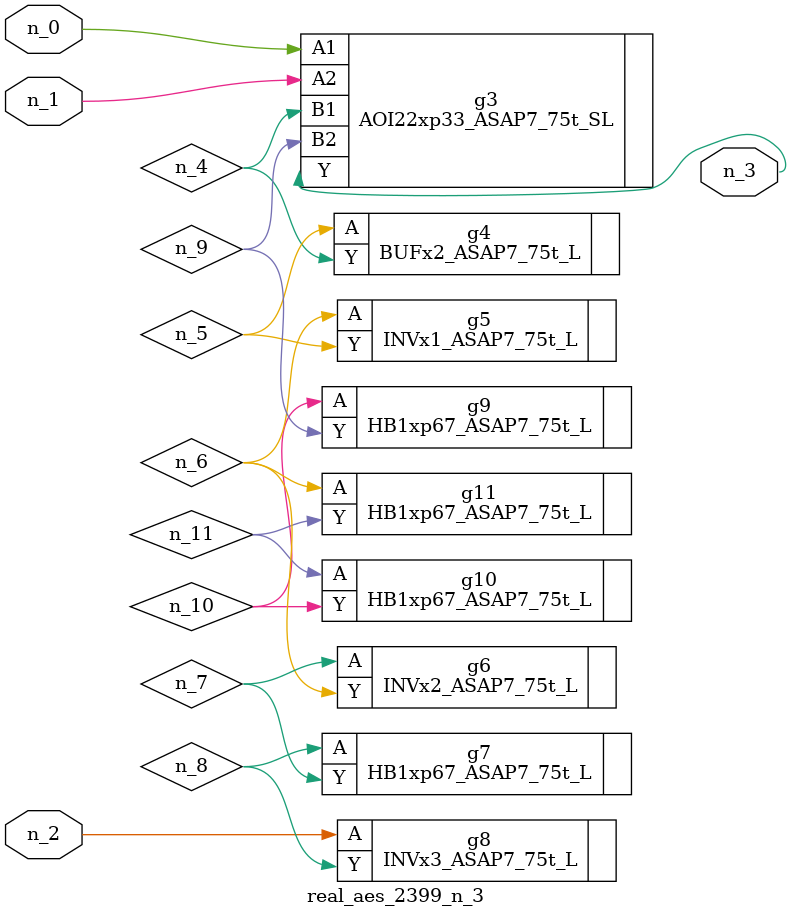
<source format=v>
module real_aes_2399_n_3 (n_0, n_2, n_1, n_3);
input n_0;
input n_2;
input n_1;
output n_3;
wire n_4;
wire n_5;
wire n_7;
wire n_9;
wire n_6;
wire n_8;
wire n_10;
wire n_11;
AOI22xp33_ASAP7_75t_SL g3 ( .A1(n_0), .A2(n_1), .B1(n_4), .B2(n_9), .Y(n_3) );
INVx3_ASAP7_75t_L g8 ( .A(n_2), .Y(n_8) );
BUFx2_ASAP7_75t_L g4 ( .A(n_5), .Y(n_4) );
INVx1_ASAP7_75t_L g5 ( .A(n_6), .Y(n_5) );
HB1xp67_ASAP7_75t_L g11 ( .A(n_6), .Y(n_11) );
INVx2_ASAP7_75t_L g6 ( .A(n_7), .Y(n_6) );
HB1xp67_ASAP7_75t_L g7 ( .A(n_8), .Y(n_7) );
HB1xp67_ASAP7_75t_L g9 ( .A(n_10), .Y(n_9) );
HB1xp67_ASAP7_75t_L g10 ( .A(n_11), .Y(n_10) );
endmodule
</source>
